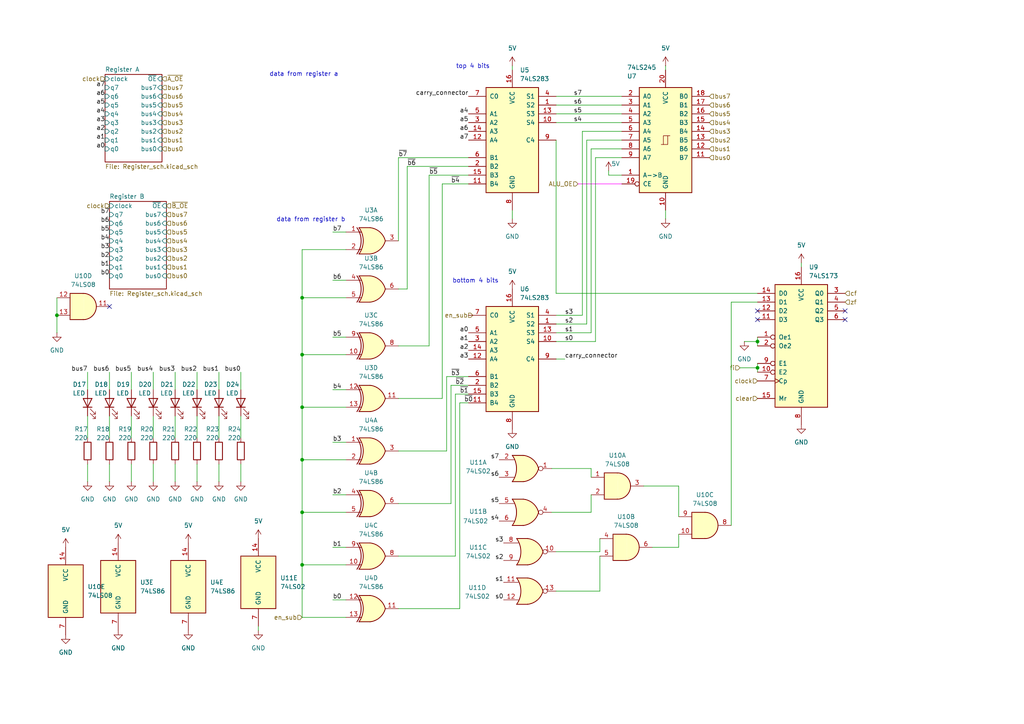
<source format=kicad_sch>
(kicad_sch (version 20231120) (generator "eeschema") (generator_version "8.0")
  (paper "A4")
  (title_block (date "2024-11-11") (company "Arsenal Gear"))
  (lib_symbols
    (symbol "74xx:74LS02" (pin_names (offset 1.016))
      (property "Reference" "U" (at 0 1.27 0))
      (property "Value" "74LS02" (at 0 -1.27 0))
      (symbol "74LS02_1_1"
        (pin output inverted (at 7.62 0 180) (length 3.81) (name "~") (number "1"))
        (pin input line (at -7.62 2.54 0) (length 4.318) (name "~") (number "2"))
        (pin input line (at -7.62 -2.54 0) (length 4.318) (name "~") (number "3"))
      )
      (symbol "74LS02_1_2"
        (pin output line (at 7.62 0 180) (length 3.81) (name "~") (number "1"))
        (pin input inverted (at -7.62 2.54 0) (length 3.81) (name "~") (number "2"))
        (pin input inverted (at -7.62 -2.54 0) (length 3.81) (name "~") (number "3"))
      )
      (symbol "74LS02_2_1"
        (pin output inverted (at 7.62 0 180) (length 3.81) (name "~") (number "4"))
        (pin input line (at -7.62 2.54 0) (length 4.318) (name "~") (number "5"))
        (pin input line (at -7.62 -2.54 0) (length 4.318) (name "~") (number "6"))
      )
      (symbol "74LS02_2_2"
        (pin output line (at 7.62 0 180) (length 3.81) (name "~") (number "4"))
        (pin input inverted (at -7.62 2.54 0) (length 3.81) (name "~") (number "5"))
        (pin input inverted (at -7.62 -2.54 0) (length 3.81) (name "~") (number "6"))
      )
      (symbol "74LS02_3_1"
        (pin output inverted (at 7.62 0 180) (length 3.81) (name "~") (number "10"))
        (pin input line (at -7.62 2.54 0) (length 4.318) (name "~") (number "8"))
        (pin input line (at -7.62 -2.54 0) (length 4.318) (name "~") (number "9"))
      )
      (symbol "74LS02_3_2"
        (pin output line (at 7.62 0 180) (length 3.81) (name "~") (number "10"))
        (pin input inverted (at -7.62 2.54 0) (length 3.81) (name "~") (number "8"))
        (pin input inverted (at -7.62 -2.54 0) (length 3.81) (name "~") (number "9"))
      )
      (symbol "74LS02_4_1"
        (pin input line (at -7.62 2.54 0) (length 4.318) (name "~") (number "11"))
        (pin input line (at -7.62 -2.54 0) (length 4.318) (name "~") (number "12"))
        (pin output inverted (at 7.62 0 180) (length 3.81) (name "~") (number "13"))
      )
      (symbol "74LS02_4_2"
        (pin input inverted (at -7.62 2.54 0) (length 3.81) (name "~") (number "11"))
        (pin input inverted (at -7.62 -2.54 0) (length 3.81) (name "~") (number "12"))
        (pin output line (at 7.62 0 180) (length 3.81) (name "~") (number "13"))
      )
      (symbol "74LS02_5_0"
        (pin power_in line (at 0 12.7 270) (length 5.08) (name "VCC") (number "14"))
        (pin power_in line (at 0 -12.7 90) (length 5.08) (name "GND") (number "7"))
      )
    )
    (symbol "74xx:74LS08" (pin_names (offset 1.016))
      (property "Reference" "U" (at 0 1.27 0))
      (property "Value" "74LS08" (at 0 -1.27 0))
      (symbol "74LS08_1_1"
        (pin input line (at -7.62 2.54 0) (length 3.81) (name "~") (number "1"))
        (pin input line (at -7.62 -2.54 0) (length 3.81) (name "~") (number "2"))
        (pin output line (at 7.62 0 180) (length 3.81) (name "~") (number "3"))
      )
      (symbol "74LS08_1_2"
        (pin input inverted (at -7.62 2.54 0) (length 4.318) (name "~") (number "1"))
        (pin input inverted (at -7.62 -2.54 0) (length 4.318) (name "~") (number "2"))
        (pin output inverted (at 7.62 0 180) (length 3.81) (name "~") (number "3"))
      )
      (symbol "74LS08_2_1"
        (pin input line (at -7.62 2.54 0) (length 3.81) (name "~") (number "4"))
        (pin input line (at -7.62 -2.54 0) (length 3.81) (name "~") (number "5"))
        (pin output line (at 7.62 0 180) (length 3.81) (name "~") (number "6"))
      )
      (symbol "74LS08_2_2"
        (pin input inverted (at -7.62 2.54 0) (length 4.318) (name "~") (number "4"))
        (pin input inverted (at -7.62 -2.54 0) (length 4.318) (name "~") (number "5"))
        (pin output inverted (at 7.62 0 180) (length 3.81) (name "~") (number "6"))
      )
      (symbol "74LS08_3_1"
        (pin input line (at -7.62 -2.54 0) (length 3.81) (name "~") (number "10"))
        (pin output line (at 7.62 0 180) (length 3.81) (name "~") (number "8"))
        (pin input line (at -7.62 2.54 0) (length 3.81) (name "~") (number "9"))
      )
      (symbol "74LS08_3_2"
        (pin input inverted (at -7.62 -2.54 0) (length 4.318) (name "~") (number "10"))
        (pin output inverted (at 7.62 0 180) (length 3.81) (name "~") (number "8"))
        (pin input inverted (at -7.62 2.54 0) (length 4.318) (name "~") (number "9"))
      )
      (symbol "74LS08_4_1"
        (pin output line (at 7.62 0 180) (length 3.81) (name "~") (number "11"))
        (pin input line (at -7.62 2.54 0) (length 3.81) (name "~") (number "12"))
        (pin input line (at -7.62 -2.54 0) (length 3.81) (name "~") (number "13"))
      )
      (symbol "74LS08_4_2"
        (pin output inverted (at 7.62 0 180) (length 3.81) (name "~") (number "11"))
        (pin input inverted (at -7.62 2.54 0) (length 4.318) (name "~") (number "12"))
        (pin input inverted (at -7.62 -2.54 0) (length 4.318) (name "~") (number "13"))
      )
      (symbol "74LS08_5_0"
        (pin power_in line (at 0 12.7 270) (length 5.08) (name "VCC") (number "14"))
        (pin power_in line (at 0 -12.7 90) (length 5.08) (name "GND") (number "7"))
      )
    )
    (symbol "74xx:74LS173" (pin_names (offset 1.016))
      (property "Reference" "U" (at -7.62 19.05 0))
      (property "Value" "74LS173" (at -7.62 -19.05 0))
      (symbol "74LS173_1_0"
        (pin input inverted (at -12.7 2.54 0) (length 5.08) (name "Oe1") (number "1"))
        (pin input inverted (at -12.7 -7.62 0) (length 5.08) (name "E2") (number "10"))
        (pin input line (at -12.7 7.62 0) (length 5.08) (name "D3") (number "11"))
        (pin input line (at -12.7 10.16 0) (length 5.08) (name "D2") (number "12"))
        (pin input line (at -12.7 12.7 0) (length 5.08) (name "D1") (number "13"))
        (pin input line (at -12.7 15.24 0) (length 5.08) (name "D0") (number "14"))
        (pin input line (at -12.7 -15.24 0) (length 5.08) (name "Mr") (number "15"))
        (pin power_in line (at 0 22.86 270) (length 5.08) (name "VCC") (number "16"))
        (pin input inverted (at -12.7 0 0) (length 5.08) (name "Oe2") (number "2"))
        (pin tri_state line (at 12.7 15.24 180) (length 5.08) (name "Q0") (number "3"))
        (pin tri_state line (at 12.7 12.7 180) (length 5.08) (name "Q1") (number "4"))
        (pin tri_state line (at 12.7 10.16 180) (length 5.08) (name "Q2") (number "5"))
        (pin tri_state line (at 12.7 7.62 180) (length 5.08) (name "Q3") (number "6"))
        (pin input clock (at -12.7 -10.16 0) (length 5.08) (name "Cp") (number "7"))
        (pin power_in line (at 0 -22.86 90) (length 5.08) (name "GND") (number "8"))
        (pin input inverted (at -12.7 -5.08 0) (length 5.08) (name "E1") (number "9"))
      )
    )
    (symbol "74xx:74LS245" (pin_names (offset 1.016))
      (property "Reference" "U" (at -7.62 16.51 0))
      (property "Value" "74LS245" (at -7.62 -16.51 0))
      (symbol "74LS245_1_0"
        (pin input line (at -12.7 -10.16 0) (length 5.08) (name "A->B") (number "1"))
        (pin power_in line (at 0 -20.32 90) (length 5.08) (name "GND") (number "10"))
        (pin tri_state line (at 12.7 -5.08 180) (length 5.08) (name "B7") (number "11"))
        (pin tri_state line (at 12.7 -2.54 180) (length 5.08) (name "B6") (number "12"))
        (pin tri_state line (at 12.7 0 180) (length 5.08) (name "B5") (number "13"))
        (pin tri_state line (at 12.7 2.54 180) (length 5.08) (name "B4") (number "14"))
        (pin tri_state line (at 12.7 5.08 180) (length 5.08) (name "B3") (number "15"))
        (pin tri_state line (at 12.7 7.62 180) (length 5.08) (name "B2") (number "16"))
        (pin tri_state line (at 12.7 10.16 180) (length 5.08) (name "B1") (number "17"))
        (pin tri_state line (at 12.7 12.7 180) (length 5.08) (name "B0") (number "18"))
        (pin input inverted (at -12.7 -12.7 0) (length 5.08) (name "CE") (number "19"))
        (pin tri_state line (at -12.7 12.7 0) (length 5.08) (name "A0") (number "2"))
        (pin power_in line (at 0 20.32 270) (length 5.08) (name "VCC") (number "20"))
        (pin tri_state line (at -12.7 10.16 0) (length 5.08) (name "A1") (number "3"))
        (pin tri_state line (at -12.7 7.62 0) (length 5.08) (name "A2") (number "4"))
        (pin tri_state line (at -12.7 5.08 0) (length 5.08) (name "A3") (number "5"))
        (pin tri_state line (at -12.7 2.54 0) (length 5.08) (name "A4") (number "6"))
        (pin tri_state line (at -12.7 0 0) (length 5.08) (name "A5") (number "7"))
        (pin tri_state line (at -12.7 -2.54 0) (length 5.08) (name "A6") (number "8"))
        (pin tri_state line (at -12.7 -5.08 0) (length 5.08) (name "A7") (number "9"))
      )
    )
    (symbol "74xx:74LS283" (pin_names (offset 1.016))
      (property "Reference" "U" (at -7.62 16.51 0))
      (property "Value" "74LS283" (at -7.62 -16.51 0))
      (symbol "74LS283_1_0"
        (pin output line (at 12.7 10.16 180) (length 5.08) (name "S2") (number "1"))
        (pin output line (at 12.7 5.08 180) (length 5.08) (name "S4") (number "10"))
        (pin input line (at -12.7 -12.7 0) (length 5.08) (name "B4") (number "11"))
        (pin input line (at -12.7 0 0) (length 5.08) (name "A4") (number "12"))
        (pin output line (at 12.7 7.62 180) (length 5.08) (name "S3") (number "13"))
        (pin input line (at -12.7 2.54 0) (length 5.08) (name "A3") (number "14"))
        (pin input line (at -12.7 -10.16 0) (length 5.08) (name "B3") (number "15"))
        (pin power_in line (at 0 20.32 270) (length 5.08) (name "VCC") (number "16"))
        (pin input line (at -12.7 -7.62 0) (length 5.08) (name "B2") (number "2"))
        (pin input line (at -12.7 5.08 0) (length 5.08) (name "A2") (number "3"))
        (pin output line (at 12.7 12.7 180) (length 5.08) (name "S1") (number "4"))
        (pin input line (at -12.7 7.62 0) (length 5.08) (name "A1") (number "5"))
        (pin input line (at -12.7 -5.08 0) (length 5.08) (name "B1") (number "6"))
        (pin input line (at -12.7 12.7 0) (length 5.08) (name "C0") (number "7"))
        (pin power_in line (at 0 -20.32 90) (length 5.08) (name "GND") (number "8"))
        (pin output line (at 12.7 0 180) (length 5.08) (name "C4") (number "9"))
      )
    )
    (symbol "74xx:74LS86" (pin_names (offset 1.016))
      (property "Reference" "U" (at 0 1.27 0))
      (property "Value" "74LS86" (at 0 -1.27 0))
      (symbol "74LS86_1_0"
        (pin input line (at -7.62 2.54 0) (length 4.445) (name "~") (number "1"))
        (pin input line (at -7.62 -2.54 0) (length 4.445) (name "~") (number "2"))
        (pin output line (at 7.62 0 180) (length 3.81) (name "~") (number "3"))
      )
      (symbol "74LS86_2_0"
        (pin input line (at -7.62 2.54 0) (length 4.445) (name "~") (number "4"))
        (pin input line (at -7.62 -2.54 0) (length 4.445) (name "~") (number "5"))
        (pin output line (at 7.62 0 180) (length 3.81) (name "~") (number "6"))
      )
      (symbol "74LS86_3_0"
        (pin input line (at -7.62 -2.54 0) (length 4.445) (name "~") (number "10"))
        (pin output line (at 7.62 0 180) (length 3.81) (name "~") (number "8"))
        (pin input line (at -7.62 2.54 0) (length 4.445) (name "~") (number "9"))
      )
      (symbol "74LS86_4_0"
        (pin output line (at 7.62 0 180) (length 3.81) (name "~") (number "11"))
        (pin input line (at -7.62 2.54 0) (length 4.445) (name "~") (number "12"))
        (pin input line (at -7.62 -2.54 0) (length 4.445) (name "~") (number "13"))
      )
      (symbol "74LS86_5_0"
        (pin power_in line (at 0 12.7 270) (length 5.08) (name "VCC") (number "14"))
        (pin power_in line (at 0 -12.7 90) (length 5.08) (name "GND") (number "7"))
      )
    )
    (symbol "Device:LED" (pin_numbers hide) (pin_names (offset 1.016) hide)
      (property "Reference" "D" (at 0 2.54 0))
      (property "Value" "LED" (at 0 -2.54 0))
      (symbol "LED_1_1"
        (pin passive line (at -3.81 0 0) (length 2.54) (name "K") (number "1"))
        (pin passive line (at 3.81 0 180) (length 2.54) (name "A") (number "2"))
      )
    )
    (symbol "Device:R" (pin_numbers hide) (pin_names (offset 0))
      (property "Reference" "R" (at 2.032 0 90))
      (property "Value" "R" (at 0 0 90))
      (symbol "R_1_1"
        (pin passive line (at 0 3.81 270) (length 1.27) (name "~") (number "1"))
        (pin passive line (at 0 -3.81 90) (length 1.27) (name "~") (number "2"))
      )
    )
    (symbol "power:GND" (power) (pin_numbers hide) (pin_names (offset 0) hide)
      (property "Value" "GND" (at 0 -3.81 0))
      (symbol "GND_1_1"
        (pin power_in line (at 0 0 270) (length 0) (name "~") (number "1"))
      )
    )
    (symbol "power:VCC" (power) (pin_numbers hide) (pin_names (offset 0) hide)
      (property "Value" "VCC" (at 0 3.556 0))
      (symbol "VCC_1_1"
        (pin power_in line (at 0 0 90) (length 0) (name "~") (number "1"))
      )
    )
  )
  (junction (at 87.63 163.83))
  (junction (at 87.63 118.11))
  (junction (at 16.51 91.44))
  (junction (at 87.63 102.87))
  (junction (at 87.63 86.36))
  (junction (at 219.71 99.06))
  (junction (at 87.63 133.35))
  (junction (at 219.71 106.68))
  (junction (at 87.63 148.59))
  (no_connect (at 219.71 92.71))
  (no_connect (at 31.75 88.9))
  (no_connect (at 245.11 92.71))
  (no_connect (at 219.71 90.17))
  (no_connect (at 245.11 90.17))
  (wire (pts (xy 180.34 45.72) (xy 172.72 45.72)))
  (wire (pts (xy 100.33 72.39) (xy 87.63 72.39)))
  (wire (pts (xy 118.11 48.26) (xy 135.89 48.26)))
  (wire (pts (xy 96.52 67.31) (xy 100.33 67.31)))
  (wire (pts (xy 69.85 107.95) (xy 69.85 113.03)))
  (wire (pts (xy 168.91 38.1) (xy 180.34 38.1)))
  (wire (pts (xy 87.63 86.36) (xy 87.63 102.87)))
  (wire (pts (xy 87.63 133.35) (xy 87.63 148.59)))
  (wire (pts (xy 87.63 118.11) (xy 100.33 118.11)))
  (wire (pts (xy 176.53 49.53) (xy 176.53 50.8)))
  (wire (pts (xy 137.16 91.44) (xy 135.89 91.44)))
  (wire (pts (xy 115.57 45.72) (xy 135.89 45.72)))
  (wire (pts (xy 44.45 120.65) (xy 44.45 127)))
  (wire (pts (xy 57.15 107.95) (xy 57.15 113.03)))
  (wire (pts (xy 124.46 100.33) (xy 124.46 50.8)))
  (wire (pts (xy 161.29 96.52) (xy 171.45 96.52)))
  (wire (pts (xy 87.63 163.83) (xy 100.33 163.83)))
  (wire (pts (xy 161.29 104.14) (xy 163.83 104.14)))
  (wire (pts (xy 176.53 50.8) (xy 180.34 50.8)))
  (wire (pts (xy 132.08 161.29) (xy 132.08 114.3)))
  (wire (pts (xy 161.29 33.02) (xy 180.34 33.02)))
  (wire (pts (xy 74.93 182.88) (xy 74.93 181.61)))
  (wire (pts (xy 130.81 111.76) (xy 135.89 111.76)))
  (wire (pts (xy 161.29 99.06) (xy 172.72 99.06)))
  (wire (pts (xy 96.52 113.03) (xy 100.33 113.03)))
  (wire (pts (xy 25.4 134.62) (xy 25.4 139.7)))
  (wire (pts (xy 129.54 130.81) (xy 129.54 109.22)))
  (wire (pts (xy 161.29 91.44) (xy 168.91 91.44)))
  (wire (pts (xy 87.63 163.83) (xy 87.63 179.07)))
  (wire (pts (xy 115.57 161.29) (xy 132.08 161.29)))
  (wire (pts (xy 44.45 134.62) (xy 44.45 139.7)))
  (wire (pts (xy 160.02 135.89) (xy 171.45 135.89)))
  (wire (pts (xy 87.63 72.39) (xy 87.63 86.36)))
  (wire (pts (xy 148.59 63.5) (xy 148.59 60.96)))
  (wire (pts (xy 128.27 53.34) (xy 135.89 53.34)))
  (wire (pts (xy 115.57 146.05) (xy 130.81 146.05)))
  (wire (pts (xy 118.11 83.82) (xy 118.11 48.26)))
  (wire (pts (xy 130.81 146.05) (xy 130.81 111.76)))
  (wire (pts (xy 193.04 63.5) (xy 193.04 60.96)))
  (wire (pts (xy 232.41 76.2) (xy 232.41 77.47)))
  (wire (pts (xy 173.99 171.45) (xy 173.99 161.29)))
  (wire (pts (xy 96.52 173.99) (xy 100.33 173.99)))
  (wire (pts (xy 25.4 120.65) (xy 25.4 127)))
  (wire (pts (xy 196.85 140.97) (xy 196.85 149.86)))
  (wire (pts (xy 87.63 102.87) (xy 100.33 102.87)))
  (wire (pts (xy 189.23 158.75) (xy 196.85 158.75)))
  (wire (pts (xy 193.04 19.05) (xy 193.04 20.32)))
  (wire (pts (xy 31.75 120.65) (xy 31.75 127)))
  (wire (pts (xy 57.15 120.65) (xy 57.15 127)))
  (wire (pts (xy 171.45 96.52) (xy 171.45 43.18)))
  (wire (pts (xy 87.63 102.87) (xy 87.63 118.11)))
  (wire (pts (xy 219.71 97.79) (xy 219.71 99.06)))
  (wire (pts (xy 87.63 118.11) (xy 87.63 133.35)))
  (wire (pts (xy 69.85 134.62) (xy 69.85 139.7)))
  (wire (pts (xy 69.85 120.65) (xy 69.85 127)))
  (wire (pts (xy 96.52 143.51) (xy 100.33 143.51)))
  (wire (pts (xy 115.57 115.57) (xy 128.27 115.57)))
  (wire (pts (xy 219.71 105.41) (xy 219.71 106.68)))
  (wire (pts (xy 16.51 86.36) (xy 16.51 91.44)))
  (wire (pts (xy 100.33 86.36) (xy 87.63 86.36)))
  (wire (pts (xy 170.18 93.98) (xy 170.18 40.64)))
  (wire (pts (xy 115.57 176.53) (xy 133.35 176.53)))
  (wire (pts (xy 124.46 50.8) (xy 135.89 50.8)))
  (wire (pts (xy 161.29 93.98) (xy 170.18 93.98)))
  (wire (pts (xy 214.63 106.68) (xy 219.71 106.68)))
  (wire (pts (xy 87.63 148.59) (xy 100.33 148.59)))
  (wire (pts (xy 44.45 107.95) (xy 44.45 113.03)))
  (wire (pts (xy 57.15 134.62) (xy 57.15 139.7)))
  (wire (pts (xy 96.52 128.27) (xy 100.33 128.27)))
  (wire (pts (xy 161.29 27.94) (xy 180.34 27.94)))
  (wire (pts (xy 38.1 120.65) (xy 38.1 127)))
  (wire (pts (xy 172.72 45.72) (xy 172.72 99.06)))
  (wire (pts (xy 115.57 69.85) (xy 115.57 45.72)))
  (wire (pts (xy 219.71 99.06) (xy 219.71 100.33)))
  (wire (pts (xy 219.71 87.63) (xy 212.09 87.63)))
  (wire (pts (xy 161.29 160.02) (xy 173.99 160.02)))
  (wire (pts (xy 161.29 30.48) (xy 180.34 30.48)))
  (wire (pts (xy 31.75 134.62) (xy 31.75 139.7)))
  (wire (pts (xy 38.1 134.62) (xy 38.1 139.7)))
  (wire (pts (xy 132.08 114.3) (xy 135.89 114.3)))
  (wire (pts (xy 115.57 100.33) (xy 124.46 100.33)))
  (wire (pts (xy 128.27 115.57) (xy 128.27 53.34)))
  (wire (pts (xy 96.52 97.79) (xy 100.33 97.79)))
  (wire (pts (xy 16.51 91.44) (xy 16.51 96.52)))
  (wire (pts (xy 96.52 81.28) (xy 100.33 81.28)))
  (wire (pts (xy 87.63 179.07) (xy 100.33 179.07)))
  (wire (pts (xy 115.57 130.81) (xy 129.54 130.81)))
  (wire (pts (xy 161.29 40.64) (xy 161.29 85.09)))
  (wire (pts (xy 161.29 35.56) (xy 180.34 35.56)))
  (wire (pts (xy 196.85 154.94) (xy 196.85 158.75)))
  (wire (pts (xy 63.5 134.62) (xy 63.5 139.7)))
  (wire (pts (xy 50.8 107.95) (xy 50.8 113.03)))
  (wire (pts (xy 38.1 107.95) (xy 38.1 113.03)))
  (wire (pts (xy 168.91 91.44) (xy 168.91 38.1)))
  (wire (pts (xy 160.02 148.59) (xy 171.45 148.59)))
  (wire (pts (xy 87.63 133.35) (xy 100.33 133.35)))
  (wire (pts (xy 167.64 53.34) (xy 180.34 53.34)) (stroke (width 0) (color 255 0 255 1)))
  (wire (pts (xy 173.99 160.02) (xy 173.99 156.21)))
  (wire (pts (xy 215.9 99.06) (xy 219.71 99.06)))
  (wire (pts (xy 129.54 109.22) (xy 135.89 109.22)))
  (wire (pts (xy 31.75 107.95) (xy 31.75 113.03)))
  (wire (pts (xy 148.59 19.05) (xy 148.59 20.32)))
  (wire (pts (xy 161.29 171.45) (xy 173.99 171.45)))
  (wire (pts (xy 171.45 43.18) (xy 180.34 43.18)))
  (wire (pts (xy 170.18 40.64) (xy 180.34 40.64)))
  (wire (pts (xy 50.8 134.62) (xy 50.8 139.7)))
  (wire (pts (xy 133.35 116.84) (xy 135.89 116.84)))
  (wire (pts (xy 96.52 158.75) (xy 100.33 158.75)))
  (wire (pts (xy 212.09 87.63) (xy 212.09 152.4)))
  (wire (pts (xy 219.71 106.68) (xy 219.71 107.95)))
  (wire (pts (xy 186.69 140.97) (xy 196.85 140.97)))
  (wire (pts (xy 171.45 135.89) (xy 171.45 138.43)))
  (wire (pts (xy 87.63 148.59) (xy 87.63 163.83)))
  (wire (pts (xy 133.35 176.53) (xy 133.35 116.84)))
  (wire (pts (xy 171.45 148.59) (xy 171.45 143.51)))
  (wire (pts (xy 25.4 107.95) (xy 25.4 113.03)))
  (wire (pts (xy 115.57 83.82) (xy 118.11 83.82)))
  (wire (pts (xy 161.29 85.09) (xy 219.71 85.09)))
  (wire (pts (xy 63.5 107.95) (xy 63.5 113.03)))
  (wire (pts (xy 50.8 120.65) (xy 50.8 127)))
  (wire (pts (xy 63.5 120.65) (xy 63.5 127)))
  (text "top 4 bits" (at 137.16 19.304 0) (effects (font (size 1.27 1.27))))
  (text "data from register b" (at 90.17 63.754 0) (effects (font (size 1.27 1.27))))
  (text "bottom 4 bits" (at 137.922 81.534 0) (effects (font (size 1.27 1.27))))
  (text "data from register a" (at 88.138 21.59 0) (effects (font (size 1.27 1.27))))
  (label "s5" (at 166.37 33.02 0))
  (label "a0" (at 135.89 96.52 180))
  (label "a6" (at 30.48 27.94 180))
  (label "a1" (at 135.89 99.06 180))
  (label "~{b6}" (at 118.11 48.26 0))
  (label "s5" (at 144.78 146.05 180))
  (label "b0" (at 96.52 173.99 0))
  (label "s0" (at 163.83 99.06 0))
  (label "bus2" (at 57.15 107.95 180))
  (label "s3" (at 146.05 157.48 180))
  (label "b7" (at 96.52 67.31 0))
  (label "~{b2}" (at 132.08 111.76 0))
  (label "s6" (at 144.78 138.43 180))
  (label "bus0" (at 69.85 107.95 180))
  (label "s2" (at 146.05 162.56 180))
  (label "a3" (at 30.48 35.56 180))
  (label "b4" (at 31.75 69.85 180))
  (label "a3" (at 135.89 104.14 180))
  (label "a4" (at 30.48 33.02 180))
  (label "b2" (at 31.75 74.93 180))
  (label "b1" (at 31.75 77.47 180))
  (label "s7" (at 144.78 133.35 180))
  (label "~{b3}" (at 130.81 109.22 0))
  (label "b0" (at 31.75 80.01 180))
  (label "a7" (at 30.48 25.4 180))
  (label "b3" (at 96.52 128.27 0))
  (label "s1" (at 163.83 96.52 0))
  (label "bus3" (at 50.8 107.95 180))
  (label "bus4" (at 44.45 107.95 180))
  (label "b4" (at 96.52 113.03 0))
  (label "s2" (at 163.83 93.98 0))
  (label "bus7" (at 25.4 107.95 180))
  (label "~{b7}" (at 115.57 45.72 0))
  (label "b7" (at 31.75 62.23 180))
  (label "a4" (at 135.89 33.02 180))
  (label "a6" (at 135.89 38.1 180))
  (label "b5" (at 31.75 67.31 180))
  (label "a5" (at 135.89 35.56 180))
  (label "bus6" (at 31.75 107.95 180))
  (label "a2" (at 30.48 38.1 180))
  (label "b6" (at 31.75 64.77 180))
  (label "a1" (at 30.48 40.64 180))
  (label "b6" (at 96.52 81.28 0))
  (label "s1" (at 146.05 168.91 180))
  (label "a0" (at 30.48 43.18 180))
  (label "s4" (at 166.37 35.56 0))
  (label "a7" (at 135.89 40.64 180))
  (label "s4" (at 144.78 151.13 180))
  (label "carry_connector" (at 135.89 27.94 180))
  (label "s3" (at 163.83 91.44 0))
  (label "s0" (at 146.05 173.99 180))
  (label "b1" (at 96.52 158.75 0))
  (label "~{b1}" (at 133.35 114.3 0))
  (label "s6" (at 166.37 30.48 0))
  (label "bus1" (at 63.5 107.95 180))
  (label "b2" (at 96.52 143.51 0))
  (label "s7" (at 166.37 27.94 0))
  (label "carry_connector" (at 163.83 104.14 0))
  (label "b3" (at 31.75 72.39 180))
  (label "a5" (at 30.48 30.48 180))
  (label "bus5" (at 38.1 107.95 180))
  (label "~{b5}" (at 124.46 50.8 0))
  (label "b5" (at 96.52 97.79 0))
  (label "a2" (at 135.89 101.6 180))
  (label "~{b4}" (at 130.81 53.34 0))
  (label "~{b0}" (at 134.62 116.84 0))
  (hierarchical_label "zf" (shape input) (at 245.11 87.63 0))
  (hierarchical_label "bus7" (shape input) (at 48.26 62.23 0))
  (hierarchical_label "bus6" (shape input) (at 48.26 64.77 0))
  (hierarchical_label "bus4" (shape input) (at 48.26 69.85 0))
  (hierarchical_label "bus3" (shape input) (at 205.74 38.1 0))
  (hierarchical_label "bus2" (shape input) (at 48.26 74.93 0))
  (hierarchical_label "bus7" (shape input) (at 205.74 27.94 0))
  (hierarchical_label "cf" (shape input) (at 245.11 85.09 0))
  (hierarchical_label "bus0" (shape input) (at 205.74 45.72 0))
  (hierarchical_label "bus6" (shape input) (at 46.99 27.94 0))
  (hierarchical_label "bus5" (shape input) (at 205.74 33.02 0))
  (hierarchical_label "bus0" (shape input) (at 48.26 80.01 0))
  (hierarchical_label "ALU_OE" (shape input) (at 167.64 53.34 180))
  (hierarchical_label "bus5" (shape input) (at 46.99 30.48 0))
  (hierarchical_label "~{A_OE}" (shape input) (at 46.99 22.86 0))
  (hierarchical_label "clear" (shape input) (at 219.71 115.57 180))
  (hierarchical_label "bus5" (shape input) (at 48.26 67.31 0))
  (hierarchical_label "clock" (shape input) (at 30.48 22.86 180))
  (hierarchical_label "bus3" (shape input) (at 48.26 72.39 0))
  (hierarchical_label "bus0" (shape input) (at 46.99 43.18 0))
  (hierarchical_label "fi" (shape input) (at 214.63 106.68 180))
  (hierarchical_label "en_sub" (shape input) (at 87.63 179.07 180))
  (hierarchical_label "bus4" (shape input) (at 46.99 33.02 0))
  (hierarchical_label "bus2" (shape input) (at 205.74 40.64 0))
  (hierarchical_label "clock" (shape input) (at 31.75 59.69 180))
  (hierarchical_label "bus3" (shape input) (at 46.99 35.56 0))
  (hierarchical_label "clock" (shape input) (at 219.71 110.49 180))
  (hierarchical_label "bus1" (shape input) (at 46.99 40.64 0))
  (hierarchical_label "bus2" (shape input) (at 46.99 38.1 0))
  (hierarchical_label "bus1" (shape input) (at 205.74 43.18 0))
  (hierarchical_label "bus4" (shape input) (at 205.74 35.56 0))
  (hierarchical_label "bus7" (shape input) (at 46.99 25.4 0))
  (hierarchical_label "en_sub" (shape input) (at 137.16 91.44 180))
  (hierarchical_label "bus1" (shape input) (at 48.26 77.47 0))
  (hierarchical_label "~{B_OE}" (shape input) (at 48.26 59.69 0))
  (hierarchical_label "bus6" (shape input) (at 205.74 30.48 0))
  (symbol (lib_id "Device:LED") (at 63.5 116.84 90) (unit 1)
    (property "Reference" "D23" (at 59.182 111.506 90) (effects (justify right)))
    (property "Value" "LED" (at 59.182 114.046 90) (effects (justify right)))
    (property "Description" "Light emitting diode" (effects (hide yes)))
  )
  (symbol (lib_id "power:GND") (at 31.75 139.7 0) (unit 1) (exclude_from_sim yes)
    (property "Reference" "#PWR032" (effects (hide yes)))
    (property "Value" "GND" (at 31.75 144.78 0))
    (property "Description" "Power symbol creates a global label with name \"GND\" , ground" (effects (hide yes)))
  )
  (symbol (lib_id "power:VCC") (at 193.04 19.05 0) (unit 1) (exclude_from_sim yes)
    (property "Reference" "#PWR050" (effects (hide yes)))
    (property "Value" "5V" (at 193.04 13.97 0))
    (property "Description" "Power symbol creates a global label with name \"VCC\"" (effects (hide yes)))
  )
  (symbol (lib_id "74xx:74LS08") (at 181.61 158.75 0) (unit 2)
    (property "Reference" "U10" (at 181.6017 149.86 0))
    (property "Value" "74LS08" (at 181.6017 152.4 0))
    (property "Datasheet" "http://www.ti.com/lit/gpn/sn74LS08" (effects (hide yes)))
    (property "Description" "Quad And2" (effects (hide yes)))
  )
  (symbol (lib_id "74xx:74LS86") (at 107.95 69.85 0) (unit 1)
    (property "Reference" "U3" (at 107.6452 60.96 0))
    (property "Value" "74LS86" (at 107.6452 63.5 0))
    (property "Datasheet" "74xx/74ls86.pdf" (effects (hide yes)))
    (property "Description" "Quad 2-input XOR" (effects (hide yes)))
  )
  (symbol (lib_id "power:GND") (at 148.59 124.46 0) (unit 1) (exclude_from_sim yes)
    (property "Reference" "#PWR048" (effects (hide yes)))
    (property "Value" "GND" (at 148.59 129.54 0))
    (property "Description" "Power symbol creates a global label with name \"GND\" , ground" (effects (hide yes)))
  )
  (symbol (lib_id "74xx:74LS86") (at 107.95 100.33 0) (unit 3)
    (property "Reference" "U3" (at 107.6452 91.44 0))
    (property "Value" "74LS86" (at 107.6452 93.98 0))
    (property "Datasheet" "74xx/74ls86.pdf" (effects (hide yes)))
    (property "Description" "Quad 2-input XOR" (effects (hide yes)))
  )
  (symbol (lib_id "power:GND") (at 215.9 99.06 0) (unit 1) (exclude_from_sim yes)
    (property "Reference" "#PWR072" (effects (hide yes)))
    (property "Value" "GND" (at 215.9 104.14 0))
    (property "Description" "Power symbol creates a global label with name \"GND\" , ground" (effects (hide yes)))
  )
  (symbol (lib_id "power:VCC") (at 148.59 83.82 0) (unit 1) (exclude_from_sim yes)
    (property "Reference" "#PWR047" (effects (hide yes)))
    (property "Value" "5V" (at 148.59 78.74 0))
    (property "Description" "Power symbol creates a global label with name \"VCC\"" (effects (hide yes)))
  )
  (symbol (lib_id "74xx:74LS283") (at 148.59 40.64 0) (unit 1)
    (property "Reference" "U5" (at 150.7841 20.32 0) (effects (justify left)))
    (property "Value" "74LS283" (at 150.7841 22.86 0) (effects (justify left)))
    (property "Datasheet" "http://www.ti.com/lit/gpn/sn74LS283" (effects (hide yes)))
    (property "Description" "4-bit full Adder" (effects (hide yes)))
  )
  (symbol (lib_id "74xx:74LS86") (at 54.61 170.18 0) (unit 5)
    (property "Reference" "U4" (at 60.96 168.9099 0) (effects (justify left)))
    (property "Value" "74LS86" (at 60.96 171.4499 0) (effects (justify left)))
    (property "Datasheet" "74xx/74ls86.pdf" (effects (hide yes)))
    (property "Description" "Quad 2-input XOR" (effects (hide yes)))
  )
  (symbol (lib_id "power:VCC") (at 54.61 157.48 0) (unit 1) (exclude_from_sim yes)
    (property "Reference" "#PWR038" (effects (hide yes)))
    (property "Value" "5V" (at 54.61 152.4 0))
    (property "Description" "Power symbol creates a global label with name \"VCC\"" (effects (hide yes)))
  )
  (symbol (lib_id "74xx:74LS86") (at 107.95 83.82 0) (unit 2)
    (property "Reference" "U3" (at 107.6452 74.93 0))
    (property "Value" "74LS86" (at 107.6452 77.47 0))
    (property "Datasheet" "74xx/74ls86.pdf" (effects (hide yes)))
    (property "Description" "Quad 2-input XOR" (effects (hide yes)))
  )
  (symbol (lib_id "74xx:74LS86") (at 107.95 176.53 0) (unit 4)
    (property "Reference" "U4" (at 107.6452 167.64 0))
    (property "Value" "74LS86" (at 107.6452 170.18 0))
    (property "Datasheet" "74xx/74ls86.pdf" (effects (hide yes)))
    (property "Description" "Quad 2-input XOR" (effects (hide yes)))
  )
  (symbol (lib_id "Device:LED") (at 44.45 116.84 90) (unit 1)
    (property "Reference" "D20" (at 40.132 111.506 90) (effects (justify right)))
    (property "Value" "LED" (at 40.132 114.046 90) (effects (justify right)))
    (property "Description" "Light emitting diode" (effects (hide yes)))
  )
  (symbol (lib_id "Device:R") (at 25.4 130.81 0) (unit 1)
    (property "Reference" "R17" (at 21.59 124.46 0) (effects (justify left)))
    (property "Value" "220" (at 21.59 127 0) (effects (justify left)))
    (property "Description" "Resistor" (effects (hide yes)))
  )
  (symbol (lib_id "power:GND") (at 50.8 139.7 0) (unit 1) (exclude_from_sim yes)
    (property "Reference" "#PWR037" (effects (hide yes)))
    (property "Value" "GND" (at 50.8 144.78 0))
    (property "Description" "Power symbol creates a global label with name \"GND\" , ground" (effects (hide yes)))
  )
  (symbol (lib_id "power:VCC") (at 34.29 157.48 0) (unit 1) (exclude_from_sim yes)
    (property "Reference" "#PWR033" (effects (hide yes)))
    (property "Value" "5V" (at 34.29 152.4 0))
    (property "Description" "Power symbol creates a global label with name \"VCC\"" (effects (hide yes)))
  )
  (symbol (lib_id "74xx:74LS86") (at 107.95 146.05 0) (unit 2)
    (property "Reference" "U4" (at 107.6452 137.16 0))
    (property "Value" "74LS86" (at 107.6452 139.7 0))
    (property "Datasheet" "74xx/74ls86.pdf" (effects (hide yes)))
    (property "Description" "Quad 2-input XOR" (effects (hide yes)))
  )
  (symbol (lib_id "Device:R") (at 63.5 130.81 0) (unit 1)
    (property "Reference" "R23" (at 59.69 124.46 0) (effects (justify left)))
    (property "Value" "220" (at 59.69 127 0) (effects (justify left)))
    (property "Description" "Resistor" (effects (hide yes)))
  )
  (symbol (lib_id "power:GND") (at 74.93 182.88 0) (unit 1) (exclude_from_sim yes)
    (property "Reference" "#PWR076" (effects (hide yes)))
    (property "Value" "GND" (at 74.93 187.96 0))
    (property "Description" "Power symbol creates a global label with name \"GND\" , ground" (effects (hide yes)))
  )
  (symbol (lib_id "74xx:74LS245") (at 193.04 40.64 0) (unit 1)
    (property "Reference" "U7" (at 181.864 22.098 0) (effects (justify left)))
    (property "Value" "74LS245" (at 181.864 19.558 0) (effects (justify left)))
    (property "Datasheet" "http://www.ti.com/lit/gpn/sn74LS245" (effects (hide yes)))
    (property "Description" "Octal BUS Transceivers, 3-State outputs" (effects (hide yes)))
  )
  (symbol (lib_id "74xx:74LS02") (at 74.93 168.91 0) (unit 5)
    (property "Reference" "U11" (at 81.28 167.6399 0) (effects (justify left)))
    (property "Value" "74LS02" (at 81.28 170.1799 0) (effects (justify left)))
    (property "Datasheet" "http://www.ti.com/lit/gpn/sn74ls02" (effects (hide yes)))
    (property "Description" "quad 2-input NOR gate" (effects (hide yes)))
  )
  (symbol (lib_id "Device:LED") (at 25.4 116.84 90) (unit 1)
    (property "Reference" "D17" (at 21.082 111.506 90) (effects (justify right)))
    (property "Value" "LED" (at 21.082 114.046 90) (effects (justify right)))
    (property "Description" "Light emitting diode" (effects (hide yes)))
  )
  (symbol (lib_id "74xx:74LS02") (at 152.4 135.89 0) (unit 1)
    (property "Reference" "U11" (at 138.684 134.112 0))
    (property "Value" "74LS02" (at 138.684 136.652 0))
    (property "Datasheet" "http://www.ti.com/lit/gpn/sn74ls02" (effects (hide yes)))
    (property "Description" "quad 2-input NOR gate" (effects (hide yes)))
  )
  (symbol (lib_id "74xx:74LS86") (at 34.29 170.18 0) (unit 5)
    (property "Reference" "U3" (at 40.64 168.9099 0) (effects (justify left)))
    (property "Value" "74LS86" (at 40.64 171.4499 0) (effects (justify left)))
    (property "Datasheet" "74xx/74ls86.pdf" (effects (hide yes)))
    (property "Description" "Quad 2-input XOR" (effects (hide yes)))
  )
  (symbol (lib_id "Device:R") (at 57.15 130.81 0) (unit 1)
    (property "Reference" "R22" (at 53.34 124.46 0) (effects (justify left)))
    (property "Value" "220" (at 53.34 127 0) (effects (justify left)))
    (property "Description" "Resistor" (effects (hide yes)))
  )
  (symbol (lib_id "Device:R") (at 38.1 130.81 0) (unit 1)
    (property "Reference" "R19" (at 34.29 124.46 0) (effects (justify left)))
    (property "Value" "220" (at 34.29 127 0) (effects (justify left)))
    (property "Description" "Resistor" (effects (hide yes)))
  )
  (symbol (lib_id "power:GND") (at 19.05 184.15 0) (unit 1) (exclude_from_sim yes)
    (property "Reference" "#PWR077" (effects (hide yes)))
    (property "Value" "GND" (at 19.05 189.23 0))
    (property "Description" "Power symbol creates a global label with name \"GND\" , ground" (effects (hide yes)))
  )
  (symbol (lib_id "power:VCC") (at 148.59 19.05 0) (unit 1) (exclude_from_sim yes)
    (property "Reference" "#PWR045" (effects (hide yes)))
    (property "Value" "5V" (at 148.59 13.97 0))
    (property "Description" "Power symbol creates a global label with name \"VCC\"" (effects (hide yes)))
  )
  (symbol (lib_id "power:GND") (at 148.59 63.5 0) (unit 1) (exclude_from_sim yes)
    (property "Reference" "#PWR046" (effects (hide yes)))
    (property "Value" "GND" (at 148.59 68.58 0))
    (property "Description" "Power symbol creates a global label with name \"GND\" , ground" (effects (hide yes)))
  )
  (symbol (lib_id "power:GND") (at 25.4 139.7 0) (unit 1) (exclude_from_sim yes)
    (property "Reference" "#PWR031" (effects (hide yes)))
    (property "Value" "GND" (at 25.4 144.78 0))
    (property "Description" "Power symbol creates a global label with name \"GND\" , ground" (effects (hide yes)))
  )
  (symbol (lib_id "74xx:74LS86") (at 107.95 130.81 0) (unit 1)
    (property "Reference" "U4" (at 107.6452 121.92 0))
    (property "Value" "74LS86" (at 107.6452 124.46 0))
    (property "Datasheet" "74xx/74ls86.pdf" (effects (hide yes)))
    (property "Description" "Quad 2-input XOR" (effects (hide yes)))
  )
  (symbol (lib_id "74xx:74LS86") (at 107.95 161.29 0) (unit 3)
    (property "Reference" "U4" (at 107.6452 152.4 0))
    (property "Value" "74LS86" (at 107.6452 154.94 0))
    (property "Datasheet" "74xx/74ls86.pdf" (effects (hide yes)))
    (property "Description" "Quad 2-input XOR" (effects (hide yes)))
  )
  (symbol (lib_id "Device:R") (at 50.8 130.81 0) (unit 1)
    (property "Reference" "R21" (at 46.99 124.46 0) (effects (justify left)))
    (property "Value" "220" (at 46.99 127 0) (effects (justify left)))
    (property "Description" "Resistor" (effects (hide yes)))
  )
  (symbol (lib_id "74xx:74LS02") (at 153.67 160.02 0) (unit 3)
    (property "Reference" "U11" (at 138.684 158.75 0))
    (property "Value" "74LS02" (at 138.684 161.29 0))
    (property "Datasheet" "http://www.ti.com/lit/gpn/sn74ls02" (effects (hide yes)))
    (property "Description" "quad 2-input NOR gate" (effects (hide yes)))
  )
  (symbol (lib_id "74xx:74LS283") (at 148.59 104.14 0) (unit 1)
    (property "Reference" "U6" (at 150.7841 83.82 0) (effects (justify left)))
    (property "Value" "74LS283" (at 150.7841 86.36 0) (effects (justify left)))
    (property "Datasheet" "http://www.ti.com/lit/gpn/sn74LS283" (effects (hide yes)))
    (property "Description" "4-bit full Adder" (effects (hide yes)))
  )
  (symbol (lib_id "power:GND") (at 38.1 139.7 0) (unit 1) (exclude_from_sim yes)
    (property "Reference" "#PWR035" (effects (hide yes)))
    (property "Value" "GND" (at 38.1 144.78 0))
    (property "Description" "Power symbol creates a global label with name \"GND\" , ground" (effects (hide yes)))
  )
  (symbol (lib_id "power:GND") (at 54.61 182.88 0) (unit 1) (exclude_from_sim yes)
    (property "Reference" "#PWR039" (effects (hide yes)))
    (property "Value" "GND" (at 54.61 187.96 0))
    (property "Description" "Power symbol creates a global label with name \"GND\" , ground" (effects (hide yes)))
  )
  (symbol (lib_id "Device:LED") (at 50.8 116.84 90) (unit 1)
    (property "Reference" "D21" (at 46.482 111.506 90) (effects (justify right)))
    (property "Value" "LED" (at 46.482 114.046 90) (effects (justify right)))
    (property "Description" "Light emitting diode" (effects (hide yes)))
  )
  (symbol (lib_id "power:GND") (at 16.51 96.52 0) (unit 1) (exclude_from_sim yes)
    (property "Reference" "#PWR073" (effects (hide yes)))
    (property "Value" "GND" (at 16.51 101.6 0))
    (property "Description" "Power symbol creates a global label with name \"GND\" , ground" (effects (hide yes)))
  )
  (symbol (lib_id "power:VCC") (at 19.05 158.75 0) (unit 1) (exclude_from_sim yes)
    (property "Reference" "#PWR074" (effects (hide yes)))
    (property "Value" "5V" (at 19.05 153.67 0))
    (property "Description" "Power symbol creates a global label with name \"VCC\"" (effects (hide yes)))
  )
  (symbol (lib_id "power:GND") (at 69.85 139.7 0) (unit 1) (exclude_from_sim yes)
    (property "Reference" "#PWR042" (effects (hide yes)))
    (property "Value" "GND" (at 69.85 144.78 0))
    (property "Description" "Power symbol creates a global label with name \"GND\" , ground" (effects (hide yes)))
  )
  (symbol (lib_id "power:GND") (at 232.41 123.19 0) (unit 1) (exclude_from_sim yes)
    (property "Reference" "#PWR078" (effects (hide yes)))
    (property "Value" "GND" (at 232.41 128.27 0))
    (property "Description" "Power symbol creates a global label with name \"GND\" , ground" (effects (hide yes)))
  )
  (symbol (lib_id "Device:R") (at 69.85 130.81 0) (unit 1)
    (property "Reference" "R24" (at 66.04 124.46 0) (effects (justify left)))
    (property "Value" "220" (at 66.04 127 0) (effects (justify left)))
    (property "Description" "Resistor" (effects (hide yes)))
  )
  (symbol (lib_id "power:GND") (at 44.45 139.7 0) (unit 1) (exclude_from_sim yes)
    (property "Reference" "#PWR036" (effects (hide yes)))
    (property "Value" "GND" (at 44.45 144.78 0))
    (property "Description" "Power symbol creates a global label with name \"GND\" , ground" (effects (hide yes)))
  )
  (symbol (lib_id "74xx:74LS08") (at 19.05 171.45 0) (unit 5)
    (property "Reference" "U10" (at 25.4 170.1799 0) (effects (justify left)))
    (property "Value" "74LS08" (at 25.4 172.7199 0) (effects (justify left)))
    (property "Datasheet" "http://www.ti.com/lit/gpn/sn74LS08" (effects (hide yes)))
    (property "Description" "Quad And2" (effects (hide yes)))
  )
  (symbol (lib_id "74xx:74LS02") (at 152.4 148.59 0) (unit 2)
    (property "Reference" "U11" (at 138.684 148.336 0))
    (property "Value" "74LS02" (at 137.922 151.13 0))
    (property "Datasheet" "http://www.ti.com/lit/gpn/sn74ls02" (effects (hide yes)))
    (property "Description" "quad 2-input NOR gate" (effects (hide yes)))
  )
  (symbol (lib_id "74xx:74LS08") (at 179.07 140.97 0) (unit 1)
    (property "Reference" "U10" (at 179.0617 132.08 0))
    (property "Value" "74LS08" (at 179.0617 134.62 0))
    (property "Datasheet" "http://www.ti.com/lit/gpn/sn74LS08" (effects (hide yes)))
    (property "Description" "Quad And2" (effects (hide yes)))
  )
  (symbol (lib_id "74xx:74LS08") (at 24.13 88.9 0) (unit 4)
    (property "Reference" "U10" (at 24.1217 80.01 0))
    (property "Value" "74LS08" (at 24.1217 82.55 0))
    (property "Datasheet" "http://www.ti.com/lit/gpn/sn74LS08" (effects (hide yes)))
    (property "Description" "Quad And2" (effects (hide yes)))
  )
  (symbol (lib_id "power:GND") (at 34.29 182.88 0) (unit 1) (exclude_from_sim yes)
    (property "Reference" "#PWR034" (effects (hide yes)))
    (property "Value" "GND" (at 34.29 187.96 0))
    (property "Description" "Power symbol creates a global label with name \"GND\" , ground" (effects (hide yes)))
  )
  (symbol (lib_id "Device:R") (at 31.75 130.81 0) (unit 1)
    (property "Reference" "R18" (at 27.94 124.46 0) (effects (justify left)))
    (property "Value" "220" (at 27.94 127 0) (effects (justify left)))
    (property "Description" "Resistor" (effects (hide yes)))
  )
  (symbol (lib_id "Device:LED") (at 38.1 116.84 90) (unit 1)
    (property "Reference" "D19" (at 33.782 111.506 90) (effects (justify right)))
    (property "Value" "LED" (at 33.782 114.046 90) (effects (justify right)))
    (property "Description" "Light emitting diode" (effects (hide yes)))
  )
  (symbol (lib_id "power:VCC") (at 176.53 49.53 0) (unit 1) (exclude_from_sim yes)
    (property "Reference" "#PWR049" (effects (hide yes)))
    (property "Value" "5V" (at 178.562 47.498 0))
    (property "Description" "Power symbol creates a global label with name \"VCC\"" (effects (hide yes)))
  )
  (symbol (lib_id "74xx:74LS02") (at 153.67 171.45 0) (unit 4)
    (property "Reference" "U11" (at 138.43 170.434 0))
    (property "Value" "74LS02" (at 138.43 172.974 0))
    (property "Datasheet" "http://www.ti.com/lit/gpn/sn74ls02" (effects (hide yes)))
    (property "Description" "quad 2-input NOR gate" (effects (hide yes)))
  )
  (symbol (lib_id "power:VCC") (at 232.41 76.2 0) (unit 1) (exclude_from_sim yes)
    (property "Reference" "#PWR079" (effects (hide yes)))
    (property "Value" "5V" (at 232.41 71.12 0))
    (property "Description" "Power symbol creates a global label with name \"VCC\"" (effects (hide yes)))
  )
  (symbol (lib_id "power:GND") (at 63.5 139.7 0) (unit 1) (exclude_from_sim yes)
    (property "Reference" "#PWR041" (effects (hide yes)))
    (property "Value" "GND" (at 63.5 144.78 0))
    (property "Description" "Power symbol creates a global label with name \"GND\" , ground" (effects (hide yes)))
  )
  (symbol (lib_id "power:GND") (at 57.15 139.7 0) (unit 1) (exclude_from_sim yes)
    (property "Reference" "#PWR040" (effects (hide yes)))
    (property "Value" "GND" (at 57.15 144.78 0))
    (property "Description" "Power symbol creates a global label with name \"GND\" , ground" (effects (hide yes)))
  )
  (symbol (lib_id "74xx:74LS173") (at 232.41 100.33 0) (unit 1)
    (property "Reference" "U9" (at 234.6041 77.47 0) (effects (justify left)))
    (property "Value" "74LS173" (at 234.6041 80.01 0) (effects (justify left)))
    (property "Datasheet" "http://www.ti.com/lit/gpn/sn74LS173" (effects (hide yes)))
    (property "Description" "4-bit D-type Register, 3 state out" (effects (hide yes)))
  )
  (symbol (lib_id "Device:LED") (at 69.85 116.84 90) (unit 1)
    (property "Reference" "D24" (at 65.532 111.506 90) (effects (justify right)))
    (property "Value" "LED" (at 65.532 114.046 90) (effects (justify right)))
    (property "Description" "Light emitting diode" (effects (hide yes)))
  )
  (symbol (lib_id "power:VCC") (at 74.93 156.21 0) (unit 1) (exclude_from_sim yes)
    (property "Reference" "#PWR075" (effects (hide yes)))
    (property "Value" "5V" (at 74.93 151.13 0))
    (property "Description" "Power symbol creates a global label with name \"VCC\"" (effects (hide yes)))
  )
  (symbol (lib_id "power:GND") (at 193.04 63.5 0) (unit 1) (exclude_from_sim yes)
    (property "Reference" "#PWR051" (effects (hide yes)))
    (property "Value" "GND" (at 193.04 68.58 0))
    (property "Description" "Power symbol creates a global label with name \"GND\" , ground" (effects (hide yes)))
  )
  (symbol (lib_id "Device:R") (at 44.45 130.81 0) (unit 1)
    (property "Reference" "R20" (at 40.64 124.46 0) (effects (justify left)))
    (property "Value" "220" (at 40.64 127 0) (effects (justify left)))
    (property "Description" "Resistor" (effects (hide yes)))
  )
  (symbol (lib_id "Device:LED") (at 57.15 116.84 90) (unit 1)
    (property "Reference" "D22" (at 52.832 111.506 90) (effects (justify right)))
    (property "Value" "LED" (at 52.832 114.046 90) (effects (justify right)))
    (property "Description" "Light emitting diode" (effects (hide yes)))
  )
  (symbol (lib_id "74xx:74LS86") (at 107.95 115.57 0) (unit 4)
    (property "Reference" "U3" (at 107.6452 106.68 0))
    (property "Value" "74LS86" (at 107.6452 109.22 0))
    (property "Datasheet" "74xx/74ls86.pdf" (effects (hide yes)))
    (property "Description" "Quad 2-input XOR" (effects (hide yes)))
  )
  (symbol (lib_id "Device:LED") (at 31.75 116.84 90) (unit 1)
    (property "Reference" "D18" (at 27.432 111.506 90) (effects (justify right)))
    (property "Value" "LED" (at 27.432 114.046 90) (effects (justify right)))
    (property "Description" "Light emitting diode" (effects (hide yes)))
  )
  (symbol (lib_id "74xx:74LS08") (at 204.47 152.4 0) (unit 3)
    (property "Reference" "U10" (at 204.4617 143.51 0))
    (property "Value" "74LS08" (at 204.4617 146.05 0))
    (property "Datasheet" "http://www.ti.com/lit/gpn/sn74LS08" (effects (hide yes)))
    (property "Description" "Quad And2" (effects (hide yes)))
  )
  (sheet (at 31.75 58.42) (size 16.51 25.4) (stroke (width 0.1524))
    (property "Sheetname" "Register B" (at 31.75 57.7084 0) (effects (justify left bottom)))
    (property "Sheetfile" "Register_sch.kicad_sch" (at 31.75 84.4046 0) (effects (justify left top)))
    (pin "clock" input (at 31.75 59.69 180))
    (pin "~{OE}" input (at 48.26 59.69 0))
    (pin "bus4" input (at 48.26 69.85 0))
    (pin "bus5" input (at 48.26 67.31 0))
    (pin "bus7" input (at 48.26 62.23 0))
    (pin "bus3" input (at 48.26 72.39 0))
    (pin "bus6" input (at 48.26 64.77 0))
    (pin "bus2" input (at 48.26 74.93 0))
    (pin "bus0" input (at 48.26 80.01 0))
    (pin "bus1" input (at 48.26 77.47 0))
    (pin "q3" input (at 31.75 72.39 180))
    (pin "q6" input (at 31.75 64.77 180))
    (pin "q4" input (at 31.75 69.85 180))
    (pin "q5" input (at 31.75 67.31 180))
    (pin "q0" input (at 31.75 80.01 180))
    (pin "q1" input (at 31.75 77.47 180))
    (pin "q2" input (at 31.75 74.93 180))
    (pin "q7" input (at 31.75 62.23 180))
  )
  (sheet (at 30.48 21.59) (size 16.51 25.4) (stroke (width 0.1524))
    (property "Sheetname" "Register A" (at 30.48 20.8784 0) (effects (justify left bottom)))
    (property "Sheetfile" "Register_sch.kicad_sch" (at 30.48 47.5746 0) (effects (justify left top)))
    (pin "clock" input (at 30.48 22.86 180))
    (pin "~{OE}" input (at 46.99 22.86 0))
    (pin "bus4" input (at 46.99 33.02 0))
    (pin "bus5" input (at 46.99 30.48 0))
    (pin "bus7" input (at 46.99 25.4 0))
    (pin "bus3" input (at 46.99 35.56 0))
    (pin "bus6" input (at 46.99 27.94 0))
    (pin "bus2" input (at 46.99 38.1 0))
    (pin "bus0" input (at 46.99 43.18 0))
    (pin "bus1" input (at 46.99 40.64 0))
    (pin "q3" input (at 30.48 35.56 180))
    (pin "q6" input (at 30.48 27.94 180))
    (pin "q4" input (at 30.48 33.02 180))
    (pin "q5" input (at 30.48 30.48 180))
    (pin "q0" input (at 30.48 43.18 180))
    (pin "q1" input (at 30.48 40.64 180))
    (pin "q2" input (at 30.48 38.1 180))
    (pin "q7" input (at 30.48 25.4 180))
  )
)
</source>
